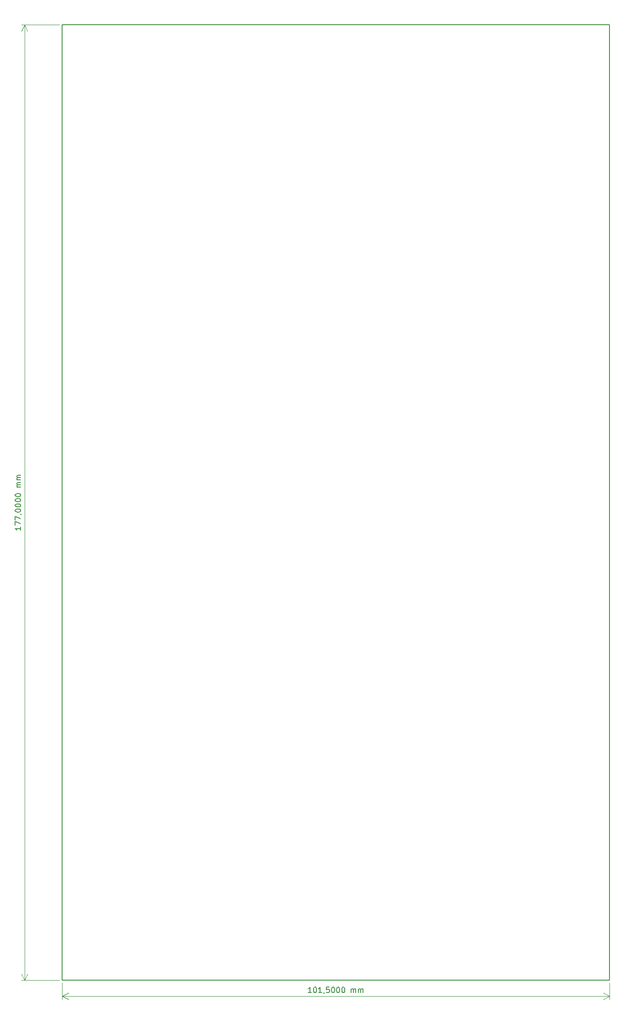
<source format=gm1>
%TF.GenerationSoftware,KiCad,Pcbnew,6.0.1-79c1e3a40b~116~ubuntu21.10.1*%
%TF.CreationDate,2022-02-12T18:15:07+01:00*%
%TF.ProjectId,Activation_Module,41637469-7661-4746-996f-6e5f4d6f6475,v0.3*%
%TF.SameCoordinates,Original*%
%TF.FileFunction,Profile,NP*%
%FSLAX46Y46*%
G04 Gerber Fmt 4.6, Leading zero omitted, Abs format (unit mm)*
G04 Created by KiCad (PCBNEW 6.0.1-79c1e3a40b~116~ubuntu21.10.1) date 2022-02-12 18:15:07*
%MOMM*%
%LPD*%
G01*
G04 APERTURE LIST*
%TA.AperFunction,Profile*%
%ADD10C,0.200000*%
%TD*%
%ADD11C,0.150000*%
%TA.AperFunction,Profile*%
%ADD12C,0.050000*%
%TD*%
G04 APERTURE END LIST*
D10*
X28000000Y-14000000D02*
X129500000Y-14000000D01*
X129500000Y-14000000D02*
X129500000Y-191000000D01*
X129500000Y-191000000D02*
X28000000Y-191000000D01*
X28000000Y-191000000D02*
X28000000Y-14000000D01*
D11*
X74226190Y-193302380D02*
X73654761Y-193302380D01*
X73940476Y-193302380D02*
X73940476Y-192302380D01*
X73845238Y-192445238D01*
X73750000Y-192540476D01*
X73654761Y-192588095D01*
X74845238Y-192302380D02*
X74940476Y-192302380D01*
X75035714Y-192350000D01*
X75083333Y-192397619D01*
X75130952Y-192492857D01*
X75178571Y-192683333D01*
X75178571Y-192921428D01*
X75130952Y-193111904D01*
X75083333Y-193207142D01*
X75035714Y-193254761D01*
X74940476Y-193302380D01*
X74845238Y-193302380D01*
X74750000Y-193254761D01*
X74702380Y-193207142D01*
X74654761Y-193111904D01*
X74607142Y-192921428D01*
X74607142Y-192683333D01*
X74654761Y-192492857D01*
X74702380Y-192397619D01*
X74750000Y-192350000D01*
X74845238Y-192302380D01*
X76130952Y-193302380D02*
X75559523Y-193302380D01*
X75845238Y-193302380D02*
X75845238Y-192302380D01*
X75750000Y-192445238D01*
X75654761Y-192540476D01*
X75559523Y-192588095D01*
X76607142Y-193254761D02*
X76607142Y-193302380D01*
X76559523Y-193397619D01*
X76511904Y-193445238D01*
X77511904Y-192302380D02*
X77035714Y-192302380D01*
X76988095Y-192778571D01*
X77035714Y-192730952D01*
X77130952Y-192683333D01*
X77369047Y-192683333D01*
X77464285Y-192730952D01*
X77511904Y-192778571D01*
X77559523Y-192873809D01*
X77559523Y-193111904D01*
X77511904Y-193207142D01*
X77464285Y-193254761D01*
X77369047Y-193302380D01*
X77130952Y-193302380D01*
X77035714Y-193254761D01*
X76988095Y-193207142D01*
X78178571Y-192302380D02*
X78273809Y-192302380D01*
X78369047Y-192350000D01*
X78416666Y-192397619D01*
X78464285Y-192492857D01*
X78511904Y-192683333D01*
X78511904Y-192921428D01*
X78464285Y-193111904D01*
X78416666Y-193207142D01*
X78369047Y-193254761D01*
X78273809Y-193302380D01*
X78178571Y-193302380D01*
X78083333Y-193254761D01*
X78035714Y-193207142D01*
X77988095Y-193111904D01*
X77940476Y-192921428D01*
X77940476Y-192683333D01*
X77988095Y-192492857D01*
X78035714Y-192397619D01*
X78083333Y-192350000D01*
X78178571Y-192302380D01*
X79130952Y-192302380D02*
X79226190Y-192302380D01*
X79321428Y-192350000D01*
X79369047Y-192397619D01*
X79416666Y-192492857D01*
X79464285Y-192683333D01*
X79464285Y-192921428D01*
X79416666Y-193111904D01*
X79369047Y-193207142D01*
X79321428Y-193254761D01*
X79226190Y-193302380D01*
X79130952Y-193302380D01*
X79035714Y-193254761D01*
X78988095Y-193207142D01*
X78940476Y-193111904D01*
X78892857Y-192921428D01*
X78892857Y-192683333D01*
X78940476Y-192492857D01*
X78988095Y-192397619D01*
X79035714Y-192350000D01*
X79130952Y-192302380D01*
X80083333Y-192302380D02*
X80178571Y-192302380D01*
X80273809Y-192350000D01*
X80321428Y-192397619D01*
X80369047Y-192492857D01*
X80416666Y-192683333D01*
X80416666Y-192921428D01*
X80369047Y-193111904D01*
X80321428Y-193207142D01*
X80273809Y-193254761D01*
X80178571Y-193302380D01*
X80083333Y-193302380D01*
X79988095Y-193254761D01*
X79940476Y-193207142D01*
X79892857Y-193111904D01*
X79845238Y-192921428D01*
X79845238Y-192683333D01*
X79892857Y-192492857D01*
X79940476Y-192397619D01*
X79988095Y-192350000D01*
X80083333Y-192302380D01*
X81607142Y-193302380D02*
X81607142Y-192635714D01*
X81607142Y-192730952D02*
X81654761Y-192683333D01*
X81750000Y-192635714D01*
X81892857Y-192635714D01*
X81988095Y-192683333D01*
X82035714Y-192778571D01*
X82035714Y-193302380D01*
X82035714Y-192778571D02*
X82083333Y-192683333D01*
X82178571Y-192635714D01*
X82321428Y-192635714D01*
X82416666Y-192683333D01*
X82464285Y-192778571D01*
X82464285Y-193302380D01*
X82940476Y-193302380D02*
X82940476Y-192635714D01*
X82940476Y-192730952D02*
X82988095Y-192683333D01*
X83083333Y-192635714D01*
X83226190Y-192635714D01*
X83321428Y-192683333D01*
X83369047Y-192778571D01*
X83369047Y-193302380D01*
X83369047Y-192778571D02*
X83416666Y-192683333D01*
X83511904Y-192635714D01*
X83654761Y-192635714D01*
X83750000Y-192683333D01*
X83797619Y-192778571D01*
X83797619Y-193302380D01*
D12*
X28000000Y-191500000D02*
X28000000Y-194586420D01*
X129500000Y-191500000D02*
X129500000Y-194586420D01*
X28000000Y-194000000D02*
X129500000Y-194000000D01*
X28000000Y-194000000D02*
X129500000Y-194000000D01*
X28000000Y-194000000D02*
X29126504Y-194586421D01*
X28000000Y-194000000D02*
X29126504Y-193413579D01*
X129500000Y-194000000D02*
X128373496Y-193413579D01*
X129500000Y-194000000D02*
X128373496Y-194586421D01*
D11*
X20302380Y-107023809D02*
X20302380Y-107595238D01*
X20302380Y-107309523D02*
X19302380Y-107309523D01*
X19445238Y-107404761D01*
X19540476Y-107500000D01*
X19588095Y-107595238D01*
X19302380Y-106690476D02*
X19302380Y-106023809D01*
X20302380Y-106452380D01*
X19302380Y-105738095D02*
X19302380Y-105071428D01*
X20302380Y-105500000D01*
X20254761Y-104642857D02*
X20302380Y-104642857D01*
X20397619Y-104690476D01*
X20445238Y-104738095D01*
X19302380Y-104023809D02*
X19302380Y-103928571D01*
X19350000Y-103833333D01*
X19397619Y-103785714D01*
X19492857Y-103738095D01*
X19683333Y-103690476D01*
X19921428Y-103690476D01*
X20111904Y-103738095D01*
X20207142Y-103785714D01*
X20254761Y-103833333D01*
X20302380Y-103928571D01*
X20302380Y-104023809D01*
X20254761Y-104119047D01*
X20207142Y-104166666D01*
X20111904Y-104214285D01*
X19921428Y-104261904D01*
X19683333Y-104261904D01*
X19492857Y-104214285D01*
X19397619Y-104166666D01*
X19350000Y-104119047D01*
X19302380Y-104023809D01*
X19302380Y-103071428D02*
X19302380Y-102976190D01*
X19350000Y-102880952D01*
X19397619Y-102833333D01*
X19492857Y-102785714D01*
X19683333Y-102738095D01*
X19921428Y-102738095D01*
X20111904Y-102785714D01*
X20207142Y-102833333D01*
X20254761Y-102880952D01*
X20302380Y-102976190D01*
X20302380Y-103071428D01*
X20254761Y-103166666D01*
X20207142Y-103214285D01*
X20111904Y-103261904D01*
X19921428Y-103309523D01*
X19683333Y-103309523D01*
X19492857Y-103261904D01*
X19397619Y-103214285D01*
X19350000Y-103166666D01*
X19302380Y-103071428D01*
X19302380Y-102119047D02*
X19302380Y-102023809D01*
X19350000Y-101928571D01*
X19397619Y-101880952D01*
X19492857Y-101833333D01*
X19683333Y-101785714D01*
X19921428Y-101785714D01*
X20111904Y-101833333D01*
X20207142Y-101880952D01*
X20254761Y-101928571D01*
X20302380Y-102023809D01*
X20302380Y-102119047D01*
X20254761Y-102214285D01*
X20207142Y-102261904D01*
X20111904Y-102309523D01*
X19921428Y-102357142D01*
X19683333Y-102357142D01*
X19492857Y-102309523D01*
X19397619Y-102261904D01*
X19350000Y-102214285D01*
X19302380Y-102119047D01*
X19302380Y-101166666D02*
X19302380Y-101071428D01*
X19350000Y-100976190D01*
X19397619Y-100928571D01*
X19492857Y-100880952D01*
X19683333Y-100833333D01*
X19921428Y-100833333D01*
X20111904Y-100880952D01*
X20207142Y-100928571D01*
X20254761Y-100976190D01*
X20302380Y-101071428D01*
X20302380Y-101166666D01*
X20254761Y-101261904D01*
X20207142Y-101309523D01*
X20111904Y-101357142D01*
X19921428Y-101404761D01*
X19683333Y-101404761D01*
X19492857Y-101357142D01*
X19397619Y-101309523D01*
X19350000Y-101261904D01*
X19302380Y-101166666D01*
X20302380Y-99642857D02*
X19635714Y-99642857D01*
X19730952Y-99642857D02*
X19683333Y-99595238D01*
X19635714Y-99500000D01*
X19635714Y-99357142D01*
X19683333Y-99261904D01*
X19778571Y-99214285D01*
X20302380Y-99214285D01*
X19778571Y-99214285D02*
X19683333Y-99166666D01*
X19635714Y-99071428D01*
X19635714Y-98928571D01*
X19683333Y-98833333D01*
X19778571Y-98785714D01*
X20302380Y-98785714D01*
X20302380Y-98309523D02*
X19635714Y-98309523D01*
X19730952Y-98309523D02*
X19683333Y-98261904D01*
X19635714Y-98166666D01*
X19635714Y-98023809D01*
X19683333Y-97928571D01*
X19778571Y-97880952D01*
X20302380Y-97880952D01*
X19778571Y-97880952D02*
X19683333Y-97833333D01*
X19635714Y-97738095D01*
X19635714Y-97595238D01*
X19683333Y-97500000D01*
X19778571Y-97452380D01*
X20302380Y-97452380D01*
D12*
X27500000Y-191000000D02*
X20413580Y-191000000D01*
X27500000Y-14000000D02*
X20413580Y-14000000D01*
X21000000Y-191000000D02*
X21000000Y-14000000D01*
X21000000Y-191000000D02*
X21000000Y-14000000D01*
X21000000Y-191000000D02*
X21586421Y-189873496D01*
X21000000Y-191000000D02*
X20413579Y-189873496D01*
X21000000Y-14000000D02*
X20413579Y-15126504D01*
X21000000Y-14000000D02*
X21586421Y-15126504D01*
M02*

</source>
